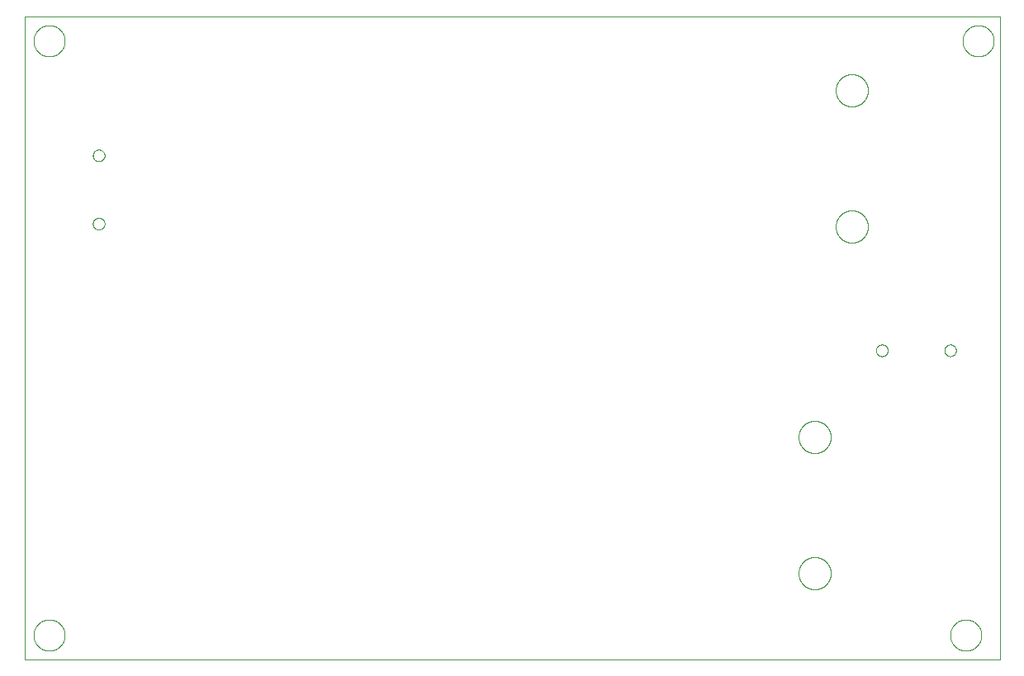
<source format=gko>
G75*
%MOIN*%
%OFA0B0*%
%FSLAX25Y25*%
%IPPOS*%
%LPD*%
%AMOC8*
5,1,8,0,0,1.08239X$1,22.5*
%
%ADD10C,0.00000*%
D10*
X0016800Y0011800D02*
X0016800Y0271761D01*
X0410501Y0271761D01*
X0410501Y0011800D01*
X0016800Y0011800D01*
X0020501Y0021800D02*
X0020503Y0021958D01*
X0020509Y0022116D01*
X0020519Y0022274D01*
X0020533Y0022432D01*
X0020551Y0022589D01*
X0020572Y0022746D01*
X0020598Y0022902D01*
X0020628Y0023058D01*
X0020661Y0023213D01*
X0020699Y0023366D01*
X0020740Y0023519D01*
X0020785Y0023671D01*
X0020834Y0023822D01*
X0020887Y0023971D01*
X0020943Y0024119D01*
X0021003Y0024265D01*
X0021067Y0024410D01*
X0021135Y0024553D01*
X0021206Y0024695D01*
X0021280Y0024835D01*
X0021358Y0024972D01*
X0021440Y0025108D01*
X0021524Y0025242D01*
X0021613Y0025373D01*
X0021704Y0025502D01*
X0021799Y0025629D01*
X0021896Y0025754D01*
X0021997Y0025876D01*
X0022101Y0025995D01*
X0022208Y0026112D01*
X0022318Y0026226D01*
X0022431Y0026337D01*
X0022546Y0026446D01*
X0022664Y0026551D01*
X0022785Y0026653D01*
X0022908Y0026753D01*
X0023034Y0026849D01*
X0023162Y0026942D01*
X0023292Y0027032D01*
X0023425Y0027118D01*
X0023560Y0027202D01*
X0023696Y0027281D01*
X0023835Y0027358D01*
X0023976Y0027430D01*
X0024118Y0027500D01*
X0024262Y0027565D01*
X0024408Y0027627D01*
X0024555Y0027685D01*
X0024704Y0027740D01*
X0024854Y0027791D01*
X0025005Y0027838D01*
X0025157Y0027881D01*
X0025310Y0027920D01*
X0025465Y0027956D01*
X0025620Y0027987D01*
X0025776Y0028015D01*
X0025932Y0028039D01*
X0026089Y0028059D01*
X0026247Y0028075D01*
X0026404Y0028087D01*
X0026563Y0028095D01*
X0026721Y0028099D01*
X0026879Y0028099D01*
X0027037Y0028095D01*
X0027196Y0028087D01*
X0027353Y0028075D01*
X0027511Y0028059D01*
X0027668Y0028039D01*
X0027824Y0028015D01*
X0027980Y0027987D01*
X0028135Y0027956D01*
X0028290Y0027920D01*
X0028443Y0027881D01*
X0028595Y0027838D01*
X0028746Y0027791D01*
X0028896Y0027740D01*
X0029045Y0027685D01*
X0029192Y0027627D01*
X0029338Y0027565D01*
X0029482Y0027500D01*
X0029624Y0027430D01*
X0029765Y0027358D01*
X0029904Y0027281D01*
X0030040Y0027202D01*
X0030175Y0027118D01*
X0030308Y0027032D01*
X0030438Y0026942D01*
X0030566Y0026849D01*
X0030692Y0026753D01*
X0030815Y0026653D01*
X0030936Y0026551D01*
X0031054Y0026446D01*
X0031169Y0026337D01*
X0031282Y0026226D01*
X0031392Y0026112D01*
X0031499Y0025995D01*
X0031603Y0025876D01*
X0031704Y0025754D01*
X0031801Y0025629D01*
X0031896Y0025502D01*
X0031987Y0025373D01*
X0032076Y0025242D01*
X0032160Y0025108D01*
X0032242Y0024972D01*
X0032320Y0024835D01*
X0032394Y0024695D01*
X0032465Y0024553D01*
X0032533Y0024410D01*
X0032597Y0024265D01*
X0032657Y0024119D01*
X0032713Y0023971D01*
X0032766Y0023822D01*
X0032815Y0023671D01*
X0032860Y0023519D01*
X0032901Y0023366D01*
X0032939Y0023213D01*
X0032972Y0023058D01*
X0033002Y0022902D01*
X0033028Y0022746D01*
X0033049Y0022589D01*
X0033067Y0022432D01*
X0033081Y0022274D01*
X0033091Y0022116D01*
X0033097Y0021958D01*
X0033099Y0021800D01*
X0033097Y0021642D01*
X0033091Y0021484D01*
X0033081Y0021326D01*
X0033067Y0021168D01*
X0033049Y0021011D01*
X0033028Y0020854D01*
X0033002Y0020698D01*
X0032972Y0020542D01*
X0032939Y0020387D01*
X0032901Y0020234D01*
X0032860Y0020081D01*
X0032815Y0019929D01*
X0032766Y0019778D01*
X0032713Y0019629D01*
X0032657Y0019481D01*
X0032597Y0019335D01*
X0032533Y0019190D01*
X0032465Y0019047D01*
X0032394Y0018905D01*
X0032320Y0018765D01*
X0032242Y0018628D01*
X0032160Y0018492D01*
X0032076Y0018358D01*
X0031987Y0018227D01*
X0031896Y0018098D01*
X0031801Y0017971D01*
X0031704Y0017846D01*
X0031603Y0017724D01*
X0031499Y0017605D01*
X0031392Y0017488D01*
X0031282Y0017374D01*
X0031169Y0017263D01*
X0031054Y0017154D01*
X0030936Y0017049D01*
X0030815Y0016947D01*
X0030692Y0016847D01*
X0030566Y0016751D01*
X0030438Y0016658D01*
X0030308Y0016568D01*
X0030175Y0016482D01*
X0030040Y0016398D01*
X0029904Y0016319D01*
X0029765Y0016242D01*
X0029624Y0016170D01*
X0029482Y0016100D01*
X0029338Y0016035D01*
X0029192Y0015973D01*
X0029045Y0015915D01*
X0028896Y0015860D01*
X0028746Y0015809D01*
X0028595Y0015762D01*
X0028443Y0015719D01*
X0028290Y0015680D01*
X0028135Y0015644D01*
X0027980Y0015613D01*
X0027824Y0015585D01*
X0027668Y0015561D01*
X0027511Y0015541D01*
X0027353Y0015525D01*
X0027196Y0015513D01*
X0027037Y0015505D01*
X0026879Y0015501D01*
X0026721Y0015501D01*
X0026563Y0015505D01*
X0026404Y0015513D01*
X0026247Y0015525D01*
X0026089Y0015541D01*
X0025932Y0015561D01*
X0025776Y0015585D01*
X0025620Y0015613D01*
X0025465Y0015644D01*
X0025310Y0015680D01*
X0025157Y0015719D01*
X0025005Y0015762D01*
X0024854Y0015809D01*
X0024704Y0015860D01*
X0024555Y0015915D01*
X0024408Y0015973D01*
X0024262Y0016035D01*
X0024118Y0016100D01*
X0023976Y0016170D01*
X0023835Y0016242D01*
X0023696Y0016319D01*
X0023560Y0016398D01*
X0023425Y0016482D01*
X0023292Y0016568D01*
X0023162Y0016658D01*
X0023034Y0016751D01*
X0022908Y0016847D01*
X0022785Y0016947D01*
X0022664Y0017049D01*
X0022546Y0017154D01*
X0022431Y0017263D01*
X0022318Y0017374D01*
X0022208Y0017488D01*
X0022101Y0017605D01*
X0021997Y0017724D01*
X0021896Y0017846D01*
X0021799Y0017971D01*
X0021704Y0018098D01*
X0021613Y0018227D01*
X0021524Y0018358D01*
X0021440Y0018492D01*
X0021358Y0018628D01*
X0021280Y0018765D01*
X0021206Y0018905D01*
X0021135Y0019047D01*
X0021067Y0019190D01*
X0021003Y0019335D01*
X0020943Y0019481D01*
X0020887Y0019629D01*
X0020834Y0019778D01*
X0020785Y0019929D01*
X0020740Y0020081D01*
X0020699Y0020234D01*
X0020661Y0020387D01*
X0020628Y0020542D01*
X0020598Y0020698D01*
X0020572Y0020854D01*
X0020551Y0021011D01*
X0020533Y0021168D01*
X0020519Y0021326D01*
X0020509Y0021484D01*
X0020503Y0021642D01*
X0020501Y0021800D01*
X0044438Y0187942D02*
X0044440Y0188039D01*
X0044446Y0188136D01*
X0044456Y0188232D01*
X0044470Y0188328D01*
X0044488Y0188424D01*
X0044509Y0188518D01*
X0044535Y0188612D01*
X0044564Y0188704D01*
X0044598Y0188795D01*
X0044634Y0188885D01*
X0044675Y0188973D01*
X0044719Y0189059D01*
X0044767Y0189144D01*
X0044818Y0189226D01*
X0044872Y0189307D01*
X0044930Y0189385D01*
X0044991Y0189460D01*
X0045054Y0189533D01*
X0045121Y0189604D01*
X0045191Y0189671D01*
X0045263Y0189736D01*
X0045338Y0189797D01*
X0045416Y0189856D01*
X0045495Y0189911D01*
X0045577Y0189963D01*
X0045661Y0190011D01*
X0045747Y0190056D01*
X0045835Y0190098D01*
X0045924Y0190136D01*
X0046015Y0190170D01*
X0046107Y0190200D01*
X0046200Y0190227D01*
X0046295Y0190249D01*
X0046390Y0190268D01*
X0046486Y0190283D01*
X0046582Y0190294D01*
X0046679Y0190301D01*
X0046776Y0190304D01*
X0046873Y0190303D01*
X0046970Y0190298D01*
X0047066Y0190289D01*
X0047162Y0190276D01*
X0047258Y0190259D01*
X0047353Y0190238D01*
X0047446Y0190214D01*
X0047539Y0190185D01*
X0047631Y0190153D01*
X0047721Y0190117D01*
X0047809Y0190078D01*
X0047896Y0190034D01*
X0047981Y0189988D01*
X0048064Y0189937D01*
X0048145Y0189884D01*
X0048223Y0189827D01*
X0048300Y0189767D01*
X0048373Y0189704D01*
X0048444Y0189638D01*
X0048512Y0189569D01*
X0048578Y0189497D01*
X0048640Y0189423D01*
X0048699Y0189346D01*
X0048755Y0189267D01*
X0048808Y0189185D01*
X0048858Y0189102D01*
X0048903Y0189016D01*
X0048946Y0188929D01*
X0048985Y0188840D01*
X0049020Y0188750D01*
X0049051Y0188658D01*
X0049078Y0188565D01*
X0049102Y0188471D01*
X0049122Y0188376D01*
X0049138Y0188280D01*
X0049150Y0188184D01*
X0049158Y0188087D01*
X0049162Y0187990D01*
X0049162Y0187894D01*
X0049158Y0187797D01*
X0049150Y0187700D01*
X0049138Y0187604D01*
X0049122Y0187508D01*
X0049102Y0187413D01*
X0049078Y0187319D01*
X0049051Y0187226D01*
X0049020Y0187134D01*
X0048985Y0187044D01*
X0048946Y0186955D01*
X0048903Y0186868D01*
X0048858Y0186782D01*
X0048808Y0186699D01*
X0048755Y0186617D01*
X0048699Y0186538D01*
X0048640Y0186461D01*
X0048578Y0186387D01*
X0048512Y0186315D01*
X0048444Y0186246D01*
X0048373Y0186180D01*
X0048300Y0186117D01*
X0048223Y0186057D01*
X0048145Y0186000D01*
X0048064Y0185947D01*
X0047981Y0185896D01*
X0047896Y0185850D01*
X0047809Y0185806D01*
X0047721Y0185767D01*
X0047631Y0185731D01*
X0047539Y0185699D01*
X0047446Y0185670D01*
X0047353Y0185646D01*
X0047258Y0185625D01*
X0047162Y0185608D01*
X0047066Y0185595D01*
X0046970Y0185586D01*
X0046873Y0185581D01*
X0046776Y0185580D01*
X0046679Y0185583D01*
X0046582Y0185590D01*
X0046486Y0185601D01*
X0046390Y0185616D01*
X0046295Y0185635D01*
X0046200Y0185657D01*
X0046107Y0185684D01*
X0046015Y0185714D01*
X0045924Y0185748D01*
X0045835Y0185786D01*
X0045747Y0185828D01*
X0045661Y0185873D01*
X0045577Y0185921D01*
X0045495Y0185973D01*
X0045416Y0186028D01*
X0045338Y0186087D01*
X0045263Y0186148D01*
X0045191Y0186213D01*
X0045121Y0186280D01*
X0045054Y0186351D01*
X0044991Y0186424D01*
X0044930Y0186499D01*
X0044872Y0186577D01*
X0044818Y0186658D01*
X0044767Y0186740D01*
X0044719Y0186825D01*
X0044675Y0186911D01*
X0044634Y0186999D01*
X0044598Y0187089D01*
X0044564Y0187180D01*
X0044535Y0187272D01*
X0044509Y0187366D01*
X0044488Y0187460D01*
X0044470Y0187556D01*
X0044456Y0187652D01*
X0044446Y0187748D01*
X0044440Y0187845D01*
X0044438Y0187942D01*
X0044438Y0215501D02*
X0044440Y0215598D01*
X0044446Y0215695D01*
X0044456Y0215791D01*
X0044470Y0215887D01*
X0044488Y0215983D01*
X0044509Y0216077D01*
X0044535Y0216171D01*
X0044564Y0216263D01*
X0044598Y0216354D01*
X0044634Y0216444D01*
X0044675Y0216532D01*
X0044719Y0216618D01*
X0044767Y0216703D01*
X0044818Y0216785D01*
X0044872Y0216866D01*
X0044930Y0216944D01*
X0044991Y0217019D01*
X0045054Y0217092D01*
X0045121Y0217163D01*
X0045191Y0217230D01*
X0045263Y0217295D01*
X0045338Y0217356D01*
X0045416Y0217415D01*
X0045495Y0217470D01*
X0045577Y0217522D01*
X0045661Y0217570D01*
X0045747Y0217615D01*
X0045835Y0217657D01*
X0045924Y0217695D01*
X0046015Y0217729D01*
X0046107Y0217759D01*
X0046200Y0217786D01*
X0046295Y0217808D01*
X0046390Y0217827D01*
X0046486Y0217842D01*
X0046582Y0217853D01*
X0046679Y0217860D01*
X0046776Y0217863D01*
X0046873Y0217862D01*
X0046970Y0217857D01*
X0047066Y0217848D01*
X0047162Y0217835D01*
X0047258Y0217818D01*
X0047353Y0217797D01*
X0047446Y0217773D01*
X0047539Y0217744D01*
X0047631Y0217712D01*
X0047721Y0217676D01*
X0047809Y0217637D01*
X0047896Y0217593D01*
X0047981Y0217547D01*
X0048064Y0217496D01*
X0048145Y0217443D01*
X0048223Y0217386D01*
X0048300Y0217326D01*
X0048373Y0217263D01*
X0048444Y0217197D01*
X0048512Y0217128D01*
X0048578Y0217056D01*
X0048640Y0216982D01*
X0048699Y0216905D01*
X0048755Y0216826D01*
X0048808Y0216744D01*
X0048858Y0216661D01*
X0048903Y0216575D01*
X0048946Y0216488D01*
X0048985Y0216399D01*
X0049020Y0216309D01*
X0049051Y0216217D01*
X0049078Y0216124D01*
X0049102Y0216030D01*
X0049122Y0215935D01*
X0049138Y0215839D01*
X0049150Y0215743D01*
X0049158Y0215646D01*
X0049162Y0215549D01*
X0049162Y0215453D01*
X0049158Y0215356D01*
X0049150Y0215259D01*
X0049138Y0215163D01*
X0049122Y0215067D01*
X0049102Y0214972D01*
X0049078Y0214878D01*
X0049051Y0214785D01*
X0049020Y0214693D01*
X0048985Y0214603D01*
X0048946Y0214514D01*
X0048903Y0214427D01*
X0048858Y0214341D01*
X0048808Y0214258D01*
X0048755Y0214176D01*
X0048699Y0214097D01*
X0048640Y0214020D01*
X0048578Y0213946D01*
X0048512Y0213874D01*
X0048444Y0213805D01*
X0048373Y0213739D01*
X0048300Y0213676D01*
X0048223Y0213616D01*
X0048145Y0213559D01*
X0048064Y0213506D01*
X0047981Y0213455D01*
X0047896Y0213409D01*
X0047809Y0213365D01*
X0047721Y0213326D01*
X0047631Y0213290D01*
X0047539Y0213258D01*
X0047446Y0213229D01*
X0047353Y0213205D01*
X0047258Y0213184D01*
X0047162Y0213167D01*
X0047066Y0213154D01*
X0046970Y0213145D01*
X0046873Y0213140D01*
X0046776Y0213139D01*
X0046679Y0213142D01*
X0046582Y0213149D01*
X0046486Y0213160D01*
X0046390Y0213175D01*
X0046295Y0213194D01*
X0046200Y0213216D01*
X0046107Y0213243D01*
X0046015Y0213273D01*
X0045924Y0213307D01*
X0045835Y0213345D01*
X0045747Y0213387D01*
X0045661Y0213432D01*
X0045577Y0213480D01*
X0045495Y0213532D01*
X0045416Y0213587D01*
X0045338Y0213646D01*
X0045263Y0213707D01*
X0045191Y0213772D01*
X0045121Y0213839D01*
X0045054Y0213910D01*
X0044991Y0213983D01*
X0044930Y0214058D01*
X0044872Y0214136D01*
X0044818Y0214217D01*
X0044767Y0214299D01*
X0044719Y0214384D01*
X0044675Y0214470D01*
X0044634Y0214558D01*
X0044598Y0214648D01*
X0044564Y0214739D01*
X0044535Y0214831D01*
X0044509Y0214925D01*
X0044488Y0215019D01*
X0044470Y0215115D01*
X0044456Y0215211D01*
X0044446Y0215307D01*
X0044440Y0215404D01*
X0044438Y0215501D01*
X0020501Y0261800D02*
X0020503Y0261958D01*
X0020509Y0262116D01*
X0020519Y0262274D01*
X0020533Y0262432D01*
X0020551Y0262589D01*
X0020572Y0262746D01*
X0020598Y0262902D01*
X0020628Y0263058D01*
X0020661Y0263213D01*
X0020699Y0263366D01*
X0020740Y0263519D01*
X0020785Y0263671D01*
X0020834Y0263822D01*
X0020887Y0263971D01*
X0020943Y0264119D01*
X0021003Y0264265D01*
X0021067Y0264410D01*
X0021135Y0264553D01*
X0021206Y0264695D01*
X0021280Y0264835D01*
X0021358Y0264972D01*
X0021440Y0265108D01*
X0021524Y0265242D01*
X0021613Y0265373D01*
X0021704Y0265502D01*
X0021799Y0265629D01*
X0021896Y0265754D01*
X0021997Y0265876D01*
X0022101Y0265995D01*
X0022208Y0266112D01*
X0022318Y0266226D01*
X0022431Y0266337D01*
X0022546Y0266446D01*
X0022664Y0266551D01*
X0022785Y0266653D01*
X0022908Y0266753D01*
X0023034Y0266849D01*
X0023162Y0266942D01*
X0023292Y0267032D01*
X0023425Y0267118D01*
X0023560Y0267202D01*
X0023696Y0267281D01*
X0023835Y0267358D01*
X0023976Y0267430D01*
X0024118Y0267500D01*
X0024262Y0267565D01*
X0024408Y0267627D01*
X0024555Y0267685D01*
X0024704Y0267740D01*
X0024854Y0267791D01*
X0025005Y0267838D01*
X0025157Y0267881D01*
X0025310Y0267920D01*
X0025465Y0267956D01*
X0025620Y0267987D01*
X0025776Y0268015D01*
X0025932Y0268039D01*
X0026089Y0268059D01*
X0026247Y0268075D01*
X0026404Y0268087D01*
X0026563Y0268095D01*
X0026721Y0268099D01*
X0026879Y0268099D01*
X0027037Y0268095D01*
X0027196Y0268087D01*
X0027353Y0268075D01*
X0027511Y0268059D01*
X0027668Y0268039D01*
X0027824Y0268015D01*
X0027980Y0267987D01*
X0028135Y0267956D01*
X0028290Y0267920D01*
X0028443Y0267881D01*
X0028595Y0267838D01*
X0028746Y0267791D01*
X0028896Y0267740D01*
X0029045Y0267685D01*
X0029192Y0267627D01*
X0029338Y0267565D01*
X0029482Y0267500D01*
X0029624Y0267430D01*
X0029765Y0267358D01*
X0029904Y0267281D01*
X0030040Y0267202D01*
X0030175Y0267118D01*
X0030308Y0267032D01*
X0030438Y0266942D01*
X0030566Y0266849D01*
X0030692Y0266753D01*
X0030815Y0266653D01*
X0030936Y0266551D01*
X0031054Y0266446D01*
X0031169Y0266337D01*
X0031282Y0266226D01*
X0031392Y0266112D01*
X0031499Y0265995D01*
X0031603Y0265876D01*
X0031704Y0265754D01*
X0031801Y0265629D01*
X0031896Y0265502D01*
X0031987Y0265373D01*
X0032076Y0265242D01*
X0032160Y0265108D01*
X0032242Y0264972D01*
X0032320Y0264835D01*
X0032394Y0264695D01*
X0032465Y0264553D01*
X0032533Y0264410D01*
X0032597Y0264265D01*
X0032657Y0264119D01*
X0032713Y0263971D01*
X0032766Y0263822D01*
X0032815Y0263671D01*
X0032860Y0263519D01*
X0032901Y0263366D01*
X0032939Y0263213D01*
X0032972Y0263058D01*
X0033002Y0262902D01*
X0033028Y0262746D01*
X0033049Y0262589D01*
X0033067Y0262432D01*
X0033081Y0262274D01*
X0033091Y0262116D01*
X0033097Y0261958D01*
X0033099Y0261800D01*
X0033097Y0261642D01*
X0033091Y0261484D01*
X0033081Y0261326D01*
X0033067Y0261168D01*
X0033049Y0261011D01*
X0033028Y0260854D01*
X0033002Y0260698D01*
X0032972Y0260542D01*
X0032939Y0260387D01*
X0032901Y0260234D01*
X0032860Y0260081D01*
X0032815Y0259929D01*
X0032766Y0259778D01*
X0032713Y0259629D01*
X0032657Y0259481D01*
X0032597Y0259335D01*
X0032533Y0259190D01*
X0032465Y0259047D01*
X0032394Y0258905D01*
X0032320Y0258765D01*
X0032242Y0258628D01*
X0032160Y0258492D01*
X0032076Y0258358D01*
X0031987Y0258227D01*
X0031896Y0258098D01*
X0031801Y0257971D01*
X0031704Y0257846D01*
X0031603Y0257724D01*
X0031499Y0257605D01*
X0031392Y0257488D01*
X0031282Y0257374D01*
X0031169Y0257263D01*
X0031054Y0257154D01*
X0030936Y0257049D01*
X0030815Y0256947D01*
X0030692Y0256847D01*
X0030566Y0256751D01*
X0030438Y0256658D01*
X0030308Y0256568D01*
X0030175Y0256482D01*
X0030040Y0256398D01*
X0029904Y0256319D01*
X0029765Y0256242D01*
X0029624Y0256170D01*
X0029482Y0256100D01*
X0029338Y0256035D01*
X0029192Y0255973D01*
X0029045Y0255915D01*
X0028896Y0255860D01*
X0028746Y0255809D01*
X0028595Y0255762D01*
X0028443Y0255719D01*
X0028290Y0255680D01*
X0028135Y0255644D01*
X0027980Y0255613D01*
X0027824Y0255585D01*
X0027668Y0255561D01*
X0027511Y0255541D01*
X0027353Y0255525D01*
X0027196Y0255513D01*
X0027037Y0255505D01*
X0026879Y0255501D01*
X0026721Y0255501D01*
X0026563Y0255505D01*
X0026404Y0255513D01*
X0026247Y0255525D01*
X0026089Y0255541D01*
X0025932Y0255561D01*
X0025776Y0255585D01*
X0025620Y0255613D01*
X0025465Y0255644D01*
X0025310Y0255680D01*
X0025157Y0255719D01*
X0025005Y0255762D01*
X0024854Y0255809D01*
X0024704Y0255860D01*
X0024555Y0255915D01*
X0024408Y0255973D01*
X0024262Y0256035D01*
X0024118Y0256100D01*
X0023976Y0256170D01*
X0023835Y0256242D01*
X0023696Y0256319D01*
X0023560Y0256398D01*
X0023425Y0256482D01*
X0023292Y0256568D01*
X0023162Y0256658D01*
X0023034Y0256751D01*
X0022908Y0256847D01*
X0022785Y0256947D01*
X0022664Y0257049D01*
X0022546Y0257154D01*
X0022431Y0257263D01*
X0022318Y0257374D01*
X0022208Y0257488D01*
X0022101Y0257605D01*
X0021997Y0257724D01*
X0021896Y0257846D01*
X0021799Y0257971D01*
X0021704Y0258098D01*
X0021613Y0258227D01*
X0021524Y0258358D01*
X0021440Y0258492D01*
X0021358Y0258628D01*
X0021280Y0258765D01*
X0021206Y0258905D01*
X0021135Y0259047D01*
X0021067Y0259190D01*
X0021003Y0259335D01*
X0020943Y0259481D01*
X0020887Y0259629D01*
X0020834Y0259778D01*
X0020785Y0259929D01*
X0020740Y0260081D01*
X0020699Y0260234D01*
X0020661Y0260387D01*
X0020628Y0260542D01*
X0020598Y0260698D01*
X0020572Y0260854D01*
X0020551Y0261011D01*
X0020533Y0261168D01*
X0020519Y0261326D01*
X0020509Y0261484D01*
X0020503Y0261642D01*
X0020501Y0261800D01*
X0329300Y0101800D02*
X0329302Y0101961D01*
X0329308Y0102121D01*
X0329318Y0102282D01*
X0329332Y0102442D01*
X0329350Y0102602D01*
X0329371Y0102761D01*
X0329397Y0102920D01*
X0329427Y0103078D01*
X0329460Y0103235D01*
X0329498Y0103392D01*
X0329539Y0103547D01*
X0329584Y0103701D01*
X0329633Y0103854D01*
X0329686Y0104006D01*
X0329742Y0104157D01*
X0329803Y0104306D01*
X0329866Y0104454D01*
X0329934Y0104600D01*
X0330005Y0104744D01*
X0330079Y0104886D01*
X0330157Y0105027D01*
X0330239Y0105165D01*
X0330324Y0105302D01*
X0330412Y0105436D01*
X0330504Y0105568D01*
X0330599Y0105698D01*
X0330697Y0105826D01*
X0330798Y0105951D01*
X0330902Y0106073D01*
X0331009Y0106193D01*
X0331119Y0106310D01*
X0331232Y0106425D01*
X0331348Y0106536D01*
X0331467Y0106645D01*
X0331588Y0106750D01*
X0331712Y0106853D01*
X0331838Y0106953D01*
X0331966Y0107049D01*
X0332097Y0107142D01*
X0332231Y0107232D01*
X0332366Y0107319D01*
X0332504Y0107402D01*
X0332643Y0107482D01*
X0332785Y0107558D01*
X0332928Y0107631D01*
X0333073Y0107700D01*
X0333220Y0107766D01*
X0333368Y0107828D01*
X0333518Y0107886D01*
X0333669Y0107941D01*
X0333822Y0107992D01*
X0333976Y0108039D01*
X0334131Y0108082D01*
X0334287Y0108121D01*
X0334443Y0108157D01*
X0334601Y0108188D01*
X0334759Y0108216D01*
X0334918Y0108240D01*
X0335078Y0108260D01*
X0335238Y0108276D01*
X0335398Y0108288D01*
X0335559Y0108296D01*
X0335720Y0108300D01*
X0335880Y0108300D01*
X0336041Y0108296D01*
X0336202Y0108288D01*
X0336362Y0108276D01*
X0336522Y0108260D01*
X0336682Y0108240D01*
X0336841Y0108216D01*
X0336999Y0108188D01*
X0337157Y0108157D01*
X0337313Y0108121D01*
X0337469Y0108082D01*
X0337624Y0108039D01*
X0337778Y0107992D01*
X0337931Y0107941D01*
X0338082Y0107886D01*
X0338232Y0107828D01*
X0338380Y0107766D01*
X0338527Y0107700D01*
X0338672Y0107631D01*
X0338815Y0107558D01*
X0338957Y0107482D01*
X0339096Y0107402D01*
X0339234Y0107319D01*
X0339369Y0107232D01*
X0339503Y0107142D01*
X0339634Y0107049D01*
X0339762Y0106953D01*
X0339888Y0106853D01*
X0340012Y0106750D01*
X0340133Y0106645D01*
X0340252Y0106536D01*
X0340368Y0106425D01*
X0340481Y0106310D01*
X0340591Y0106193D01*
X0340698Y0106073D01*
X0340802Y0105951D01*
X0340903Y0105826D01*
X0341001Y0105698D01*
X0341096Y0105568D01*
X0341188Y0105436D01*
X0341276Y0105302D01*
X0341361Y0105165D01*
X0341443Y0105027D01*
X0341521Y0104886D01*
X0341595Y0104744D01*
X0341666Y0104600D01*
X0341734Y0104454D01*
X0341797Y0104306D01*
X0341858Y0104157D01*
X0341914Y0104006D01*
X0341967Y0103854D01*
X0342016Y0103701D01*
X0342061Y0103547D01*
X0342102Y0103392D01*
X0342140Y0103235D01*
X0342173Y0103078D01*
X0342203Y0102920D01*
X0342229Y0102761D01*
X0342250Y0102602D01*
X0342268Y0102442D01*
X0342282Y0102282D01*
X0342292Y0102121D01*
X0342298Y0101961D01*
X0342300Y0101800D01*
X0342298Y0101639D01*
X0342292Y0101479D01*
X0342282Y0101318D01*
X0342268Y0101158D01*
X0342250Y0100998D01*
X0342229Y0100839D01*
X0342203Y0100680D01*
X0342173Y0100522D01*
X0342140Y0100365D01*
X0342102Y0100208D01*
X0342061Y0100053D01*
X0342016Y0099899D01*
X0341967Y0099746D01*
X0341914Y0099594D01*
X0341858Y0099443D01*
X0341797Y0099294D01*
X0341734Y0099146D01*
X0341666Y0099000D01*
X0341595Y0098856D01*
X0341521Y0098714D01*
X0341443Y0098573D01*
X0341361Y0098435D01*
X0341276Y0098298D01*
X0341188Y0098164D01*
X0341096Y0098032D01*
X0341001Y0097902D01*
X0340903Y0097774D01*
X0340802Y0097649D01*
X0340698Y0097527D01*
X0340591Y0097407D01*
X0340481Y0097290D01*
X0340368Y0097175D01*
X0340252Y0097064D01*
X0340133Y0096955D01*
X0340012Y0096850D01*
X0339888Y0096747D01*
X0339762Y0096647D01*
X0339634Y0096551D01*
X0339503Y0096458D01*
X0339369Y0096368D01*
X0339234Y0096281D01*
X0339096Y0096198D01*
X0338957Y0096118D01*
X0338815Y0096042D01*
X0338672Y0095969D01*
X0338527Y0095900D01*
X0338380Y0095834D01*
X0338232Y0095772D01*
X0338082Y0095714D01*
X0337931Y0095659D01*
X0337778Y0095608D01*
X0337624Y0095561D01*
X0337469Y0095518D01*
X0337313Y0095479D01*
X0337157Y0095443D01*
X0336999Y0095412D01*
X0336841Y0095384D01*
X0336682Y0095360D01*
X0336522Y0095340D01*
X0336362Y0095324D01*
X0336202Y0095312D01*
X0336041Y0095304D01*
X0335880Y0095300D01*
X0335720Y0095300D01*
X0335559Y0095304D01*
X0335398Y0095312D01*
X0335238Y0095324D01*
X0335078Y0095340D01*
X0334918Y0095360D01*
X0334759Y0095384D01*
X0334601Y0095412D01*
X0334443Y0095443D01*
X0334287Y0095479D01*
X0334131Y0095518D01*
X0333976Y0095561D01*
X0333822Y0095608D01*
X0333669Y0095659D01*
X0333518Y0095714D01*
X0333368Y0095772D01*
X0333220Y0095834D01*
X0333073Y0095900D01*
X0332928Y0095969D01*
X0332785Y0096042D01*
X0332643Y0096118D01*
X0332504Y0096198D01*
X0332366Y0096281D01*
X0332231Y0096368D01*
X0332097Y0096458D01*
X0331966Y0096551D01*
X0331838Y0096647D01*
X0331712Y0096747D01*
X0331588Y0096850D01*
X0331467Y0096955D01*
X0331348Y0097064D01*
X0331232Y0097175D01*
X0331119Y0097290D01*
X0331009Y0097407D01*
X0330902Y0097527D01*
X0330798Y0097649D01*
X0330697Y0097774D01*
X0330599Y0097902D01*
X0330504Y0098032D01*
X0330412Y0098164D01*
X0330324Y0098298D01*
X0330239Y0098435D01*
X0330157Y0098573D01*
X0330079Y0098714D01*
X0330005Y0098856D01*
X0329934Y0099000D01*
X0329866Y0099146D01*
X0329803Y0099294D01*
X0329742Y0099443D01*
X0329686Y0099594D01*
X0329633Y0099746D01*
X0329584Y0099899D01*
X0329539Y0100053D01*
X0329498Y0100208D01*
X0329460Y0100365D01*
X0329427Y0100522D01*
X0329397Y0100680D01*
X0329371Y0100839D01*
X0329350Y0100998D01*
X0329332Y0101158D01*
X0329318Y0101318D01*
X0329308Y0101479D01*
X0329302Y0101639D01*
X0329300Y0101800D01*
X0360580Y0136800D02*
X0360582Y0136897D01*
X0360588Y0136994D01*
X0360598Y0137090D01*
X0360612Y0137186D01*
X0360630Y0137282D01*
X0360651Y0137376D01*
X0360677Y0137470D01*
X0360706Y0137562D01*
X0360740Y0137653D01*
X0360776Y0137743D01*
X0360817Y0137831D01*
X0360861Y0137917D01*
X0360909Y0138002D01*
X0360960Y0138084D01*
X0361014Y0138165D01*
X0361072Y0138243D01*
X0361133Y0138318D01*
X0361196Y0138391D01*
X0361263Y0138462D01*
X0361333Y0138529D01*
X0361405Y0138594D01*
X0361480Y0138655D01*
X0361558Y0138714D01*
X0361637Y0138769D01*
X0361719Y0138821D01*
X0361803Y0138869D01*
X0361889Y0138914D01*
X0361977Y0138956D01*
X0362066Y0138994D01*
X0362157Y0139028D01*
X0362249Y0139058D01*
X0362342Y0139085D01*
X0362437Y0139107D01*
X0362532Y0139126D01*
X0362628Y0139141D01*
X0362724Y0139152D01*
X0362821Y0139159D01*
X0362918Y0139162D01*
X0363015Y0139161D01*
X0363112Y0139156D01*
X0363208Y0139147D01*
X0363304Y0139134D01*
X0363400Y0139117D01*
X0363495Y0139096D01*
X0363588Y0139072D01*
X0363681Y0139043D01*
X0363773Y0139011D01*
X0363863Y0138975D01*
X0363951Y0138936D01*
X0364038Y0138892D01*
X0364123Y0138846D01*
X0364206Y0138795D01*
X0364287Y0138742D01*
X0364365Y0138685D01*
X0364442Y0138625D01*
X0364515Y0138562D01*
X0364586Y0138496D01*
X0364654Y0138427D01*
X0364720Y0138355D01*
X0364782Y0138281D01*
X0364841Y0138204D01*
X0364897Y0138125D01*
X0364950Y0138043D01*
X0365000Y0137960D01*
X0365045Y0137874D01*
X0365088Y0137787D01*
X0365127Y0137698D01*
X0365162Y0137608D01*
X0365193Y0137516D01*
X0365220Y0137423D01*
X0365244Y0137329D01*
X0365264Y0137234D01*
X0365280Y0137138D01*
X0365292Y0137042D01*
X0365300Y0136945D01*
X0365304Y0136848D01*
X0365304Y0136752D01*
X0365300Y0136655D01*
X0365292Y0136558D01*
X0365280Y0136462D01*
X0365264Y0136366D01*
X0365244Y0136271D01*
X0365220Y0136177D01*
X0365193Y0136084D01*
X0365162Y0135992D01*
X0365127Y0135902D01*
X0365088Y0135813D01*
X0365045Y0135726D01*
X0365000Y0135640D01*
X0364950Y0135557D01*
X0364897Y0135475D01*
X0364841Y0135396D01*
X0364782Y0135319D01*
X0364720Y0135245D01*
X0364654Y0135173D01*
X0364586Y0135104D01*
X0364515Y0135038D01*
X0364442Y0134975D01*
X0364365Y0134915D01*
X0364287Y0134858D01*
X0364206Y0134805D01*
X0364123Y0134754D01*
X0364038Y0134708D01*
X0363951Y0134664D01*
X0363863Y0134625D01*
X0363773Y0134589D01*
X0363681Y0134557D01*
X0363588Y0134528D01*
X0363495Y0134504D01*
X0363400Y0134483D01*
X0363304Y0134466D01*
X0363208Y0134453D01*
X0363112Y0134444D01*
X0363015Y0134439D01*
X0362918Y0134438D01*
X0362821Y0134441D01*
X0362724Y0134448D01*
X0362628Y0134459D01*
X0362532Y0134474D01*
X0362437Y0134493D01*
X0362342Y0134515D01*
X0362249Y0134542D01*
X0362157Y0134572D01*
X0362066Y0134606D01*
X0361977Y0134644D01*
X0361889Y0134686D01*
X0361803Y0134731D01*
X0361719Y0134779D01*
X0361637Y0134831D01*
X0361558Y0134886D01*
X0361480Y0134945D01*
X0361405Y0135006D01*
X0361333Y0135071D01*
X0361263Y0135138D01*
X0361196Y0135209D01*
X0361133Y0135282D01*
X0361072Y0135357D01*
X0361014Y0135435D01*
X0360960Y0135516D01*
X0360909Y0135598D01*
X0360861Y0135683D01*
X0360817Y0135769D01*
X0360776Y0135857D01*
X0360740Y0135947D01*
X0360706Y0136038D01*
X0360677Y0136130D01*
X0360651Y0136224D01*
X0360630Y0136318D01*
X0360612Y0136414D01*
X0360598Y0136510D01*
X0360588Y0136606D01*
X0360582Y0136703D01*
X0360580Y0136800D01*
X0388139Y0136800D02*
X0388141Y0136897D01*
X0388147Y0136994D01*
X0388157Y0137090D01*
X0388171Y0137186D01*
X0388189Y0137282D01*
X0388210Y0137376D01*
X0388236Y0137470D01*
X0388265Y0137562D01*
X0388299Y0137653D01*
X0388335Y0137743D01*
X0388376Y0137831D01*
X0388420Y0137917D01*
X0388468Y0138002D01*
X0388519Y0138084D01*
X0388573Y0138165D01*
X0388631Y0138243D01*
X0388692Y0138318D01*
X0388755Y0138391D01*
X0388822Y0138462D01*
X0388892Y0138529D01*
X0388964Y0138594D01*
X0389039Y0138655D01*
X0389117Y0138714D01*
X0389196Y0138769D01*
X0389278Y0138821D01*
X0389362Y0138869D01*
X0389448Y0138914D01*
X0389536Y0138956D01*
X0389625Y0138994D01*
X0389716Y0139028D01*
X0389808Y0139058D01*
X0389901Y0139085D01*
X0389996Y0139107D01*
X0390091Y0139126D01*
X0390187Y0139141D01*
X0390283Y0139152D01*
X0390380Y0139159D01*
X0390477Y0139162D01*
X0390574Y0139161D01*
X0390671Y0139156D01*
X0390767Y0139147D01*
X0390863Y0139134D01*
X0390959Y0139117D01*
X0391054Y0139096D01*
X0391147Y0139072D01*
X0391240Y0139043D01*
X0391332Y0139011D01*
X0391422Y0138975D01*
X0391510Y0138936D01*
X0391597Y0138892D01*
X0391682Y0138846D01*
X0391765Y0138795D01*
X0391846Y0138742D01*
X0391924Y0138685D01*
X0392001Y0138625D01*
X0392074Y0138562D01*
X0392145Y0138496D01*
X0392213Y0138427D01*
X0392279Y0138355D01*
X0392341Y0138281D01*
X0392400Y0138204D01*
X0392456Y0138125D01*
X0392509Y0138043D01*
X0392559Y0137960D01*
X0392604Y0137874D01*
X0392647Y0137787D01*
X0392686Y0137698D01*
X0392721Y0137608D01*
X0392752Y0137516D01*
X0392779Y0137423D01*
X0392803Y0137329D01*
X0392823Y0137234D01*
X0392839Y0137138D01*
X0392851Y0137042D01*
X0392859Y0136945D01*
X0392863Y0136848D01*
X0392863Y0136752D01*
X0392859Y0136655D01*
X0392851Y0136558D01*
X0392839Y0136462D01*
X0392823Y0136366D01*
X0392803Y0136271D01*
X0392779Y0136177D01*
X0392752Y0136084D01*
X0392721Y0135992D01*
X0392686Y0135902D01*
X0392647Y0135813D01*
X0392604Y0135726D01*
X0392559Y0135640D01*
X0392509Y0135557D01*
X0392456Y0135475D01*
X0392400Y0135396D01*
X0392341Y0135319D01*
X0392279Y0135245D01*
X0392213Y0135173D01*
X0392145Y0135104D01*
X0392074Y0135038D01*
X0392001Y0134975D01*
X0391924Y0134915D01*
X0391846Y0134858D01*
X0391765Y0134805D01*
X0391682Y0134754D01*
X0391597Y0134708D01*
X0391510Y0134664D01*
X0391422Y0134625D01*
X0391332Y0134589D01*
X0391240Y0134557D01*
X0391147Y0134528D01*
X0391054Y0134504D01*
X0390959Y0134483D01*
X0390863Y0134466D01*
X0390767Y0134453D01*
X0390671Y0134444D01*
X0390574Y0134439D01*
X0390477Y0134438D01*
X0390380Y0134441D01*
X0390283Y0134448D01*
X0390187Y0134459D01*
X0390091Y0134474D01*
X0389996Y0134493D01*
X0389901Y0134515D01*
X0389808Y0134542D01*
X0389716Y0134572D01*
X0389625Y0134606D01*
X0389536Y0134644D01*
X0389448Y0134686D01*
X0389362Y0134731D01*
X0389278Y0134779D01*
X0389196Y0134831D01*
X0389117Y0134886D01*
X0389039Y0134945D01*
X0388964Y0135006D01*
X0388892Y0135071D01*
X0388822Y0135138D01*
X0388755Y0135209D01*
X0388692Y0135282D01*
X0388631Y0135357D01*
X0388573Y0135435D01*
X0388519Y0135516D01*
X0388468Y0135598D01*
X0388420Y0135683D01*
X0388376Y0135769D01*
X0388335Y0135857D01*
X0388299Y0135947D01*
X0388265Y0136038D01*
X0388236Y0136130D01*
X0388210Y0136224D01*
X0388189Y0136318D01*
X0388171Y0136414D01*
X0388157Y0136510D01*
X0388147Y0136606D01*
X0388141Y0136703D01*
X0388139Y0136800D01*
X0344300Y0186800D02*
X0344302Y0186961D01*
X0344308Y0187121D01*
X0344318Y0187282D01*
X0344332Y0187442D01*
X0344350Y0187602D01*
X0344371Y0187761D01*
X0344397Y0187920D01*
X0344427Y0188078D01*
X0344460Y0188235D01*
X0344498Y0188392D01*
X0344539Y0188547D01*
X0344584Y0188701D01*
X0344633Y0188854D01*
X0344686Y0189006D01*
X0344742Y0189157D01*
X0344803Y0189306D01*
X0344866Y0189454D01*
X0344934Y0189600D01*
X0345005Y0189744D01*
X0345079Y0189886D01*
X0345157Y0190027D01*
X0345239Y0190165D01*
X0345324Y0190302D01*
X0345412Y0190436D01*
X0345504Y0190568D01*
X0345599Y0190698D01*
X0345697Y0190826D01*
X0345798Y0190951D01*
X0345902Y0191073D01*
X0346009Y0191193D01*
X0346119Y0191310D01*
X0346232Y0191425D01*
X0346348Y0191536D01*
X0346467Y0191645D01*
X0346588Y0191750D01*
X0346712Y0191853D01*
X0346838Y0191953D01*
X0346966Y0192049D01*
X0347097Y0192142D01*
X0347231Y0192232D01*
X0347366Y0192319D01*
X0347504Y0192402D01*
X0347643Y0192482D01*
X0347785Y0192558D01*
X0347928Y0192631D01*
X0348073Y0192700D01*
X0348220Y0192766D01*
X0348368Y0192828D01*
X0348518Y0192886D01*
X0348669Y0192941D01*
X0348822Y0192992D01*
X0348976Y0193039D01*
X0349131Y0193082D01*
X0349287Y0193121D01*
X0349443Y0193157D01*
X0349601Y0193188D01*
X0349759Y0193216D01*
X0349918Y0193240D01*
X0350078Y0193260D01*
X0350238Y0193276D01*
X0350398Y0193288D01*
X0350559Y0193296D01*
X0350720Y0193300D01*
X0350880Y0193300D01*
X0351041Y0193296D01*
X0351202Y0193288D01*
X0351362Y0193276D01*
X0351522Y0193260D01*
X0351682Y0193240D01*
X0351841Y0193216D01*
X0351999Y0193188D01*
X0352157Y0193157D01*
X0352313Y0193121D01*
X0352469Y0193082D01*
X0352624Y0193039D01*
X0352778Y0192992D01*
X0352931Y0192941D01*
X0353082Y0192886D01*
X0353232Y0192828D01*
X0353380Y0192766D01*
X0353527Y0192700D01*
X0353672Y0192631D01*
X0353815Y0192558D01*
X0353957Y0192482D01*
X0354096Y0192402D01*
X0354234Y0192319D01*
X0354369Y0192232D01*
X0354503Y0192142D01*
X0354634Y0192049D01*
X0354762Y0191953D01*
X0354888Y0191853D01*
X0355012Y0191750D01*
X0355133Y0191645D01*
X0355252Y0191536D01*
X0355368Y0191425D01*
X0355481Y0191310D01*
X0355591Y0191193D01*
X0355698Y0191073D01*
X0355802Y0190951D01*
X0355903Y0190826D01*
X0356001Y0190698D01*
X0356096Y0190568D01*
X0356188Y0190436D01*
X0356276Y0190302D01*
X0356361Y0190165D01*
X0356443Y0190027D01*
X0356521Y0189886D01*
X0356595Y0189744D01*
X0356666Y0189600D01*
X0356734Y0189454D01*
X0356797Y0189306D01*
X0356858Y0189157D01*
X0356914Y0189006D01*
X0356967Y0188854D01*
X0357016Y0188701D01*
X0357061Y0188547D01*
X0357102Y0188392D01*
X0357140Y0188235D01*
X0357173Y0188078D01*
X0357203Y0187920D01*
X0357229Y0187761D01*
X0357250Y0187602D01*
X0357268Y0187442D01*
X0357282Y0187282D01*
X0357292Y0187121D01*
X0357298Y0186961D01*
X0357300Y0186800D01*
X0357298Y0186639D01*
X0357292Y0186479D01*
X0357282Y0186318D01*
X0357268Y0186158D01*
X0357250Y0185998D01*
X0357229Y0185839D01*
X0357203Y0185680D01*
X0357173Y0185522D01*
X0357140Y0185365D01*
X0357102Y0185208D01*
X0357061Y0185053D01*
X0357016Y0184899D01*
X0356967Y0184746D01*
X0356914Y0184594D01*
X0356858Y0184443D01*
X0356797Y0184294D01*
X0356734Y0184146D01*
X0356666Y0184000D01*
X0356595Y0183856D01*
X0356521Y0183714D01*
X0356443Y0183573D01*
X0356361Y0183435D01*
X0356276Y0183298D01*
X0356188Y0183164D01*
X0356096Y0183032D01*
X0356001Y0182902D01*
X0355903Y0182774D01*
X0355802Y0182649D01*
X0355698Y0182527D01*
X0355591Y0182407D01*
X0355481Y0182290D01*
X0355368Y0182175D01*
X0355252Y0182064D01*
X0355133Y0181955D01*
X0355012Y0181850D01*
X0354888Y0181747D01*
X0354762Y0181647D01*
X0354634Y0181551D01*
X0354503Y0181458D01*
X0354369Y0181368D01*
X0354234Y0181281D01*
X0354096Y0181198D01*
X0353957Y0181118D01*
X0353815Y0181042D01*
X0353672Y0180969D01*
X0353527Y0180900D01*
X0353380Y0180834D01*
X0353232Y0180772D01*
X0353082Y0180714D01*
X0352931Y0180659D01*
X0352778Y0180608D01*
X0352624Y0180561D01*
X0352469Y0180518D01*
X0352313Y0180479D01*
X0352157Y0180443D01*
X0351999Y0180412D01*
X0351841Y0180384D01*
X0351682Y0180360D01*
X0351522Y0180340D01*
X0351362Y0180324D01*
X0351202Y0180312D01*
X0351041Y0180304D01*
X0350880Y0180300D01*
X0350720Y0180300D01*
X0350559Y0180304D01*
X0350398Y0180312D01*
X0350238Y0180324D01*
X0350078Y0180340D01*
X0349918Y0180360D01*
X0349759Y0180384D01*
X0349601Y0180412D01*
X0349443Y0180443D01*
X0349287Y0180479D01*
X0349131Y0180518D01*
X0348976Y0180561D01*
X0348822Y0180608D01*
X0348669Y0180659D01*
X0348518Y0180714D01*
X0348368Y0180772D01*
X0348220Y0180834D01*
X0348073Y0180900D01*
X0347928Y0180969D01*
X0347785Y0181042D01*
X0347643Y0181118D01*
X0347504Y0181198D01*
X0347366Y0181281D01*
X0347231Y0181368D01*
X0347097Y0181458D01*
X0346966Y0181551D01*
X0346838Y0181647D01*
X0346712Y0181747D01*
X0346588Y0181850D01*
X0346467Y0181955D01*
X0346348Y0182064D01*
X0346232Y0182175D01*
X0346119Y0182290D01*
X0346009Y0182407D01*
X0345902Y0182527D01*
X0345798Y0182649D01*
X0345697Y0182774D01*
X0345599Y0182902D01*
X0345504Y0183032D01*
X0345412Y0183164D01*
X0345324Y0183298D01*
X0345239Y0183435D01*
X0345157Y0183573D01*
X0345079Y0183714D01*
X0345005Y0183856D01*
X0344934Y0184000D01*
X0344866Y0184146D01*
X0344803Y0184294D01*
X0344742Y0184443D01*
X0344686Y0184594D01*
X0344633Y0184746D01*
X0344584Y0184899D01*
X0344539Y0185053D01*
X0344498Y0185208D01*
X0344460Y0185365D01*
X0344427Y0185522D01*
X0344397Y0185680D01*
X0344371Y0185839D01*
X0344350Y0185998D01*
X0344332Y0186158D01*
X0344318Y0186318D01*
X0344308Y0186479D01*
X0344302Y0186639D01*
X0344300Y0186800D01*
X0344300Y0241800D02*
X0344302Y0241961D01*
X0344308Y0242121D01*
X0344318Y0242282D01*
X0344332Y0242442D01*
X0344350Y0242602D01*
X0344371Y0242761D01*
X0344397Y0242920D01*
X0344427Y0243078D01*
X0344460Y0243235D01*
X0344498Y0243392D01*
X0344539Y0243547D01*
X0344584Y0243701D01*
X0344633Y0243854D01*
X0344686Y0244006D01*
X0344742Y0244157D01*
X0344803Y0244306D01*
X0344866Y0244454D01*
X0344934Y0244600D01*
X0345005Y0244744D01*
X0345079Y0244886D01*
X0345157Y0245027D01*
X0345239Y0245165D01*
X0345324Y0245302D01*
X0345412Y0245436D01*
X0345504Y0245568D01*
X0345599Y0245698D01*
X0345697Y0245826D01*
X0345798Y0245951D01*
X0345902Y0246073D01*
X0346009Y0246193D01*
X0346119Y0246310D01*
X0346232Y0246425D01*
X0346348Y0246536D01*
X0346467Y0246645D01*
X0346588Y0246750D01*
X0346712Y0246853D01*
X0346838Y0246953D01*
X0346966Y0247049D01*
X0347097Y0247142D01*
X0347231Y0247232D01*
X0347366Y0247319D01*
X0347504Y0247402D01*
X0347643Y0247482D01*
X0347785Y0247558D01*
X0347928Y0247631D01*
X0348073Y0247700D01*
X0348220Y0247766D01*
X0348368Y0247828D01*
X0348518Y0247886D01*
X0348669Y0247941D01*
X0348822Y0247992D01*
X0348976Y0248039D01*
X0349131Y0248082D01*
X0349287Y0248121D01*
X0349443Y0248157D01*
X0349601Y0248188D01*
X0349759Y0248216D01*
X0349918Y0248240D01*
X0350078Y0248260D01*
X0350238Y0248276D01*
X0350398Y0248288D01*
X0350559Y0248296D01*
X0350720Y0248300D01*
X0350880Y0248300D01*
X0351041Y0248296D01*
X0351202Y0248288D01*
X0351362Y0248276D01*
X0351522Y0248260D01*
X0351682Y0248240D01*
X0351841Y0248216D01*
X0351999Y0248188D01*
X0352157Y0248157D01*
X0352313Y0248121D01*
X0352469Y0248082D01*
X0352624Y0248039D01*
X0352778Y0247992D01*
X0352931Y0247941D01*
X0353082Y0247886D01*
X0353232Y0247828D01*
X0353380Y0247766D01*
X0353527Y0247700D01*
X0353672Y0247631D01*
X0353815Y0247558D01*
X0353957Y0247482D01*
X0354096Y0247402D01*
X0354234Y0247319D01*
X0354369Y0247232D01*
X0354503Y0247142D01*
X0354634Y0247049D01*
X0354762Y0246953D01*
X0354888Y0246853D01*
X0355012Y0246750D01*
X0355133Y0246645D01*
X0355252Y0246536D01*
X0355368Y0246425D01*
X0355481Y0246310D01*
X0355591Y0246193D01*
X0355698Y0246073D01*
X0355802Y0245951D01*
X0355903Y0245826D01*
X0356001Y0245698D01*
X0356096Y0245568D01*
X0356188Y0245436D01*
X0356276Y0245302D01*
X0356361Y0245165D01*
X0356443Y0245027D01*
X0356521Y0244886D01*
X0356595Y0244744D01*
X0356666Y0244600D01*
X0356734Y0244454D01*
X0356797Y0244306D01*
X0356858Y0244157D01*
X0356914Y0244006D01*
X0356967Y0243854D01*
X0357016Y0243701D01*
X0357061Y0243547D01*
X0357102Y0243392D01*
X0357140Y0243235D01*
X0357173Y0243078D01*
X0357203Y0242920D01*
X0357229Y0242761D01*
X0357250Y0242602D01*
X0357268Y0242442D01*
X0357282Y0242282D01*
X0357292Y0242121D01*
X0357298Y0241961D01*
X0357300Y0241800D01*
X0357298Y0241639D01*
X0357292Y0241479D01*
X0357282Y0241318D01*
X0357268Y0241158D01*
X0357250Y0240998D01*
X0357229Y0240839D01*
X0357203Y0240680D01*
X0357173Y0240522D01*
X0357140Y0240365D01*
X0357102Y0240208D01*
X0357061Y0240053D01*
X0357016Y0239899D01*
X0356967Y0239746D01*
X0356914Y0239594D01*
X0356858Y0239443D01*
X0356797Y0239294D01*
X0356734Y0239146D01*
X0356666Y0239000D01*
X0356595Y0238856D01*
X0356521Y0238714D01*
X0356443Y0238573D01*
X0356361Y0238435D01*
X0356276Y0238298D01*
X0356188Y0238164D01*
X0356096Y0238032D01*
X0356001Y0237902D01*
X0355903Y0237774D01*
X0355802Y0237649D01*
X0355698Y0237527D01*
X0355591Y0237407D01*
X0355481Y0237290D01*
X0355368Y0237175D01*
X0355252Y0237064D01*
X0355133Y0236955D01*
X0355012Y0236850D01*
X0354888Y0236747D01*
X0354762Y0236647D01*
X0354634Y0236551D01*
X0354503Y0236458D01*
X0354369Y0236368D01*
X0354234Y0236281D01*
X0354096Y0236198D01*
X0353957Y0236118D01*
X0353815Y0236042D01*
X0353672Y0235969D01*
X0353527Y0235900D01*
X0353380Y0235834D01*
X0353232Y0235772D01*
X0353082Y0235714D01*
X0352931Y0235659D01*
X0352778Y0235608D01*
X0352624Y0235561D01*
X0352469Y0235518D01*
X0352313Y0235479D01*
X0352157Y0235443D01*
X0351999Y0235412D01*
X0351841Y0235384D01*
X0351682Y0235360D01*
X0351522Y0235340D01*
X0351362Y0235324D01*
X0351202Y0235312D01*
X0351041Y0235304D01*
X0350880Y0235300D01*
X0350720Y0235300D01*
X0350559Y0235304D01*
X0350398Y0235312D01*
X0350238Y0235324D01*
X0350078Y0235340D01*
X0349918Y0235360D01*
X0349759Y0235384D01*
X0349601Y0235412D01*
X0349443Y0235443D01*
X0349287Y0235479D01*
X0349131Y0235518D01*
X0348976Y0235561D01*
X0348822Y0235608D01*
X0348669Y0235659D01*
X0348518Y0235714D01*
X0348368Y0235772D01*
X0348220Y0235834D01*
X0348073Y0235900D01*
X0347928Y0235969D01*
X0347785Y0236042D01*
X0347643Y0236118D01*
X0347504Y0236198D01*
X0347366Y0236281D01*
X0347231Y0236368D01*
X0347097Y0236458D01*
X0346966Y0236551D01*
X0346838Y0236647D01*
X0346712Y0236747D01*
X0346588Y0236850D01*
X0346467Y0236955D01*
X0346348Y0237064D01*
X0346232Y0237175D01*
X0346119Y0237290D01*
X0346009Y0237407D01*
X0345902Y0237527D01*
X0345798Y0237649D01*
X0345697Y0237774D01*
X0345599Y0237902D01*
X0345504Y0238032D01*
X0345412Y0238164D01*
X0345324Y0238298D01*
X0345239Y0238435D01*
X0345157Y0238573D01*
X0345079Y0238714D01*
X0345005Y0238856D01*
X0344934Y0239000D01*
X0344866Y0239146D01*
X0344803Y0239294D01*
X0344742Y0239443D01*
X0344686Y0239594D01*
X0344633Y0239746D01*
X0344584Y0239899D01*
X0344539Y0240053D01*
X0344498Y0240208D01*
X0344460Y0240365D01*
X0344427Y0240522D01*
X0344397Y0240680D01*
X0344371Y0240839D01*
X0344350Y0240998D01*
X0344332Y0241158D01*
X0344318Y0241318D01*
X0344308Y0241479D01*
X0344302Y0241639D01*
X0344300Y0241800D01*
X0395501Y0261800D02*
X0395503Y0261958D01*
X0395509Y0262116D01*
X0395519Y0262274D01*
X0395533Y0262432D01*
X0395551Y0262589D01*
X0395572Y0262746D01*
X0395598Y0262902D01*
X0395628Y0263058D01*
X0395661Y0263213D01*
X0395699Y0263366D01*
X0395740Y0263519D01*
X0395785Y0263671D01*
X0395834Y0263822D01*
X0395887Y0263971D01*
X0395943Y0264119D01*
X0396003Y0264265D01*
X0396067Y0264410D01*
X0396135Y0264553D01*
X0396206Y0264695D01*
X0396280Y0264835D01*
X0396358Y0264972D01*
X0396440Y0265108D01*
X0396524Y0265242D01*
X0396613Y0265373D01*
X0396704Y0265502D01*
X0396799Y0265629D01*
X0396896Y0265754D01*
X0396997Y0265876D01*
X0397101Y0265995D01*
X0397208Y0266112D01*
X0397318Y0266226D01*
X0397431Y0266337D01*
X0397546Y0266446D01*
X0397664Y0266551D01*
X0397785Y0266653D01*
X0397908Y0266753D01*
X0398034Y0266849D01*
X0398162Y0266942D01*
X0398292Y0267032D01*
X0398425Y0267118D01*
X0398560Y0267202D01*
X0398696Y0267281D01*
X0398835Y0267358D01*
X0398976Y0267430D01*
X0399118Y0267500D01*
X0399262Y0267565D01*
X0399408Y0267627D01*
X0399555Y0267685D01*
X0399704Y0267740D01*
X0399854Y0267791D01*
X0400005Y0267838D01*
X0400157Y0267881D01*
X0400310Y0267920D01*
X0400465Y0267956D01*
X0400620Y0267987D01*
X0400776Y0268015D01*
X0400932Y0268039D01*
X0401089Y0268059D01*
X0401247Y0268075D01*
X0401404Y0268087D01*
X0401563Y0268095D01*
X0401721Y0268099D01*
X0401879Y0268099D01*
X0402037Y0268095D01*
X0402196Y0268087D01*
X0402353Y0268075D01*
X0402511Y0268059D01*
X0402668Y0268039D01*
X0402824Y0268015D01*
X0402980Y0267987D01*
X0403135Y0267956D01*
X0403290Y0267920D01*
X0403443Y0267881D01*
X0403595Y0267838D01*
X0403746Y0267791D01*
X0403896Y0267740D01*
X0404045Y0267685D01*
X0404192Y0267627D01*
X0404338Y0267565D01*
X0404482Y0267500D01*
X0404624Y0267430D01*
X0404765Y0267358D01*
X0404904Y0267281D01*
X0405040Y0267202D01*
X0405175Y0267118D01*
X0405308Y0267032D01*
X0405438Y0266942D01*
X0405566Y0266849D01*
X0405692Y0266753D01*
X0405815Y0266653D01*
X0405936Y0266551D01*
X0406054Y0266446D01*
X0406169Y0266337D01*
X0406282Y0266226D01*
X0406392Y0266112D01*
X0406499Y0265995D01*
X0406603Y0265876D01*
X0406704Y0265754D01*
X0406801Y0265629D01*
X0406896Y0265502D01*
X0406987Y0265373D01*
X0407076Y0265242D01*
X0407160Y0265108D01*
X0407242Y0264972D01*
X0407320Y0264835D01*
X0407394Y0264695D01*
X0407465Y0264553D01*
X0407533Y0264410D01*
X0407597Y0264265D01*
X0407657Y0264119D01*
X0407713Y0263971D01*
X0407766Y0263822D01*
X0407815Y0263671D01*
X0407860Y0263519D01*
X0407901Y0263366D01*
X0407939Y0263213D01*
X0407972Y0263058D01*
X0408002Y0262902D01*
X0408028Y0262746D01*
X0408049Y0262589D01*
X0408067Y0262432D01*
X0408081Y0262274D01*
X0408091Y0262116D01*
X0408097Y0261958D01*
X0408099Y0261800D01*
X0408097Y0261642D01*
X0408091Y0261484D01*
X0408081Y0261326D01*
X0408067Y0261168D01*
X0408049Y0261011D01*
X0408028Y0260854D01*
X0408002Y0260698D01*
X0407972Y0260542D01*
X0407939Y0260387D01*
X0407901Y0260234D01*
X0407860Y0260081D01*
X0407815Y0259929D01*
X0407766Y0259778D01*
X0407713Y0259629D01*
X0407657Y0259481D01*
X0407597Y0259335D01*
X0407533Y0259190D01*
X0407465Y0259047D01*
X0407394Y0258905D01*
X0407320Y0258765D01*
X0407242Y0258628D01*
X0407160Y0258492D01*
X0407076Y0258358D01*
X0406987Y0258227D01*
X0406896Y0258098D01*
X0406801Y0257971D01*
X0406704Y0257846D01*
X0406603Y0257724D01*
X0406499Y0257605D01*
X0406392Y0257488D01*
X0406282Y0257374D01*
X0406169Y0257263D01*
X0406054Y0257154D01*
X0405936Y0257049D01*
X0405815Y0256947D01*
X0405692Y0256847D01*
X0405566Y0256751D01*
X0405438Y0256658D01*
X0405308Y0256568D01*
X0405175Y0256482D01*
X0405040Y0256398D01*
X0404904Y0256319D01*
X0404765Y0256242D01*
X0404624Y0256170D01*
X0404482Y0256100D01*
X0404338Y0256035D01*
X0404192Y0255973D01*
X0404045Y0255915D01*
X0403896Y0255860D01*
X0403746Y0255809D01*
X0403595Y0255762D01*
X0403443Y0255719D01*
X0403290Y0255680D01*
X0403135Y0255644D01*
X0402980Y0255613D01*
X0402824Y0255585D01*
X0402668Y0255561D01*
X0402511Y0255541D01*
X0402353Y0255525D01*
X0402196Y0255513D01*
X0402037Y0255505D01*
X0401879Y0255501D01*
X0401721Y0255501D01*
X0401563Y0255505D01*
X0401404Y0255513D01*
X0401247Y0255525D01*
X0401089Y0255541D01*
X0400932Y0255561D01*
X0400776Y0255585D01*
X0400620Y0255613D01*
X0400465Y0255644D01*
X0400310Y0255680D01*
X0400157Y0255719D01*
X0400005Y0255762D01*
X0399854Y0255809D01*
X0399704Y0255860D01*
X0399555Y0255915D01*
X0399408Y0255973D01*
X0399262Y0256035D01*
X0399118Y0256100D01*
X0398976Y0256170D01*
X0398835Y0256242D01*
X0398696Y0256319D01*
X0398560Y0256398D01*
X0398425Y0256482D01*
X0398292Y0256568D01*
X0398162Y0256658D01*
X0398034Y0256751D01*
X0397908Y0256847D01*
X0397785Y0256947D01*
X0397664Y0257049D01*
X0397546Y0257154D01*
X0397431Y0257263D01*
X0397318Y0257374D01*
X0397208Y0257488D01*
X0397101Y0257605D01*
X0396997Y0257724D01*
X0396896Y0257846D01*
X0396799Y0257971D01*
X0396704Y0258098D01*
X0396613Y0258227D01*
X0396524Y0258358D01*
X0396440Y0258492D01*
X0396358Y0258628D01*
X0396280Y0258765D01*
X0396206Y0258905D01*
X0396135Y0259047D01*
X0396067Y0259190D01*
X0396003Y0259335D01*
X0395943Y0259481D01*
X0395887Y0259629D01*
X0395834Y0259778D01*
X0395785Y0259929D01*
X0395740Y0260081D01*
X0395699Y0260234D01*
X0395661Y0260387D01*
X0395628Y0260542D01*
X0395598Y0260698D01*
X0395572Y0260854D01*
X0395551Y0261011D01*
X0395533Y0261168D01*
X0395519Y0261326D01*
X0395509Y0261484D01*
X0395503Y0261642D01*
X0395501Y0261800D01*
X0329300Y0046800D02*
X0329302Y0046961D01*
X0329308Y0047121D01*
X0329318Y0047282D01*
X0329332Y0047442D01*
X0329350Y0047602D01*
X0329371Y0047761D01*
X0329397Y0047920D01*
X0329427Y0048078D01*
X0329460Y0048235D01*
X0329498Y0048392D01*
X0329539Y0048547D01*
X0329584Y0048701D01*
X0329633Y0048854D01*
X0329686Y0049006D01*
X0329742Y0049157D01*
X0329803Y0049306D01*
X0329866Y0049454D01*
X0329934Y0049600D01*
X0330005Y0049744D01*
X0330079Y0049886D01*
X0330157Y0050027D01*
X0330239Y0050165D01*
X0330324Y0050302D01*
X0330412Y0050436D01*
X0330504Y0050568D01*
X0330599Y0050698D01*
X0330697Y0050826D01*
X0330798Y0050951D01*
X0330902Y0051073D01*
X0331009Y0051193D01*
X0331119Y0051310D01*
X0331232Y0051425D01*
X0331348Y0051536D01*
X0331467Y0051645D01*
X0331588Y0051750D01*
X0331712Y0051853D01*
X0331838Y0051953D01*
X0331966Y0052049D01*
X0332097Y0052142D01*
X0332231Y0052232D01*
X0332366Y0052319D01*
X0332504Y0052402D01*
X0332643Y0052482D01*
X0332785Y0052558D01*
X0332928Y0052631D01*
X0333073Y0052700D01*
X0333220Y0052766D01*
X0333368Y0052828D01*
X0333518Y0052886D01*
X0333669Y0052941D01*
X0333822Y0052992D01*
X0333976Y0053039D01*
X0334131Y0053082D01*
X0334287Y0053121D01*
X0334443Y0053157D01*
X0334601Y0053188D01*
X0334759Y0053216D01*
X0334918Y0053240D01*
X0335078Y0053260D01*
X0335238Y0053276D01*
X0335398Y0053288D01*
X0335559Y0053296D01*
X0335720Y0053300D01*
X0335880Y0053300D01*
X0336041Y0053296D01*
X0336202Y0053288D01*
X0336362Y0053276D01*
X0336522Y0053260D01*
X0336682Y0053240D01*
X0336841Y0053216D01*
X0336999Y0053188D01*
X0337157Y0053157D01*
X0337313Y0053121D01*
X0337469Y0053082D01*
X0337624Y0053039D01*
X0337778Y0052992D01*
X0337931Y0052941D01*
X0338082Y0052886D01*
X0338232Y0052828D01*
X0338380Y0052766D01*
X0338527Y0052700D01*
X0338672Y0052631D01*
X0338815Y0052558D01*
X0338957Y0052482D01*
X0339096Y0052402D01*
X0339234Y0052319D01*
X0339369Y0052232D01*
X0339503Y0052142D01*
X0339634Y0052049D01*
X0339762Y0051953D01*
X0339888Y0051853D01*
X0340012Y0051750D01*
X0340133Y0051645D01*
X0340252Y0051536D01*
X0340368Y0051425D01*
X0340481Y0051310D01*
X0340591Y0051193D01*
X0340698Y0051073D01*
X0340802Y0050951D01*
X0340903Y0050826D01*
X0341001Y0050698D01*
X0341096Y0050568D01*
X0341188Y0050436D01*
X0341276Y0050302D01*
X0341361Y0050165D01*
X0341443Y0050027D01*
X0341521Y0049886D01*
X0341595Y0049744D01*
X0341666Y0049600D01*
X0341734Y0049454D01*
X0341797Y0049306D01*
X0341858Y0049157D01*
X0341914Y0049006D01*
X0341967Y0048854D01*
X0342016Y0048701D01*
X0342061Y0048547D01*
X0342102Y0048392D01*
X0342140Y0048235D01*
X0342173Y0048078D01*
X0342203Y0047920D01*
X0342229Y0047761D01*
X0342250Y0047602D01*
X0342268Y0047442D01*
X0342282Y0047282D01*
X0342292Y0047121D01*
X0342298Y0046961D01*
X0342300Y0046800D01*
X0342298Y0046639D01*
X0342292Y0046479D01*
X0342282Y0046318D01*
X0342268Y0046158D01*
X0342250Y0045998D01*
X0342229Y0045839D01*
X0342203Y0045680D01*
X0342173Y0045522D01*
X0342140Y0045365D01*
X0342102Y0045208D01*
X0342061Y0045053D01*
X0342016Y0044899D01*
X0341967Y0044746D01*
X0341914Y0044594D01*
X0341858Y0044443D01*
X0341797Y0044294D01*
X0341734Y0044146D01*
X0341666Y0044000D01*
X0341595Y0043856D01*
X0341521Y0043714D01*
X0341443Y0043573D01*
X0341361Y0043435D01*
X0341276Y0043298D01*
X0341188Y0043164D01*
X0341096Y0043032D01*
X0341001Y0042902D01*
X0340903Y0042774D01*
X0340802Y0042649D01*
X0340698Y0042527D01*
X0340591Y0042407D01*
X0340481Y0042290D01*
X0340368Y0042175D01*
X0340252Y0042064D01*
X0340133Y0041955D01*
X0340012Y0041850D01*
X0339888Y0041747D01*
X0339762Y0041647D01*
X0339634Y0041551D01*
X0339503Y0041458D01*
X0339369Y0041368D01*
X0339234Y0041281D01*
X0339096Y0041198D01*
X0338957Y0041118D01*
X0338815Y0041042D01*
X0338672Y0040969D01*
X0338527Y0040900D01*
X0338380Y0040834D01*
X0338232Y0040772D01*
X0338082Y0040714D01*
X0337931Y0040659D01*
X0337778Y0040608D01*
X0337624Y0040561D01*
X0337469Y0040518D01*
X0337313Y0040479D01*
X0337157Y0040443D01*
X0336999Y0040412D01*
X0336841Y0040384D01*
X0336682Y0040360D01*
X0336522Y0040340D01*
X0336362Y0040324D01*
X0336202Y0040312D01*
X0336041Y0040304D01*
X0335880Y0040300D01*
X0335720Y0040300D01*
X0335559Y0040304D01*
X0335398Y0040312D01*
X0335238Y0040324D01*
X0335078Y0040340D01*
X0334918Y0040360D01*
X0334759Y0040384D01*
X0334601Y0040412D01*
X0334443Y0040443D01*
X0334287Y0040479D01*
X0334131Y0040518D01*
X0333976Y0040561D01*
X0333822Y0040608D01*
X0333669Y0040659D01*
X0333518Y0040714D01*
X0333368Y0040772D01*
X0333220Y0040834D01*
X0333073Y0040900D01*
X0332928Y0040969D01*
X0332785Y0041042D01*
X0332643Y0041118D01*
X0332504Y0041198D01*
X0332366Y0041281D01*
X0332231Y0041368D01*
X0332097Y0041458D01*
X0331966Y0041551D01*
X0331838Y0041647D01*
X0331712Y0041747D01*
X0331588Y0041850D01*
X0331467Y0041955D01*
X0331348Y0042064D01*
X0331232Y0042175D01*
X0331119Y0042290D01*
X0331009Y0042407D01*
X0330902Y0042527D01*
X0330798Y0042649D01*
X0330697Y0042774D01*
X0330599Y0042902D01*
X0330504Y0043032D01*
X0330412Y0043164D01*
X0330324Y0043298D01*
X0330239Y0043435D01*
X0330157Y0043573D01*
X0330079Y0043714D01*
X0330005Y0043856D01*
X0329934Y0044000D01*
X0329866Y0044146D01*
X0329803Y0044294D01*
X0329742Y0044443D01*
X0329686Y0044594D01*
X0329633Y0044746D01*
X0329584Y0044899D01*
X0329539Y0045053D01*
X0329498Y0045208D01*
X0329460Y0045365D01*
X0329427Y0045522D01*
X0329397Y0045680D01*
X0329371Y0045839D01*
X0329350Y0045998D01*
X0329332Y0046158D01*
X0329318Y0046318D01*
X0329308Y0046479D01*
X0329302Y0046639D01*
X0329300Y0046800D01*
X0390501Y0021800D02*
X0390503Y0021958D01*
X0390509Y0022116D01*
X0390519Y0022274D01*
X0390533Y0022432D01*
X0390551Y0022589D01*
X0390572Y0022746D01*
X0390598Y0022902D01*
X0390628Y0023058D01*
X0390661Y0023213D01*
X0390699Y0023366D01*
X0390740Y0023519D01*
X0390785Y0023671D01*
X0390834Y0023822D01*
X0390887Y0023971D01*
X0390943Y0024119D01*
X0391003Y0024265D01*
X0391067Y0024410D01*
X0391135Y0024553D01*
X0391206Y0024695D01*
X0391280Y0024835D01*
X0391358Y0024972D01*
X0391440Y0025108D01*
X0391524Y0025242D01*
X0391613Y0025373D01*
X0391704Y0025502D01*
X0391799Y0025629D01*
X0391896Y0025754D01*
X0391997Y0025876D01*
X0392101Y0025995D01*
X0392208Y0026112D01*
X0392318Y0026226D01*
X0392431Y0026337D01*
X0392546Y0026446D01*
X0392664Y0026551D01*
X0392785Y0026653D01*
X0392908Y0026753D01*
X0393034Y0026849D01*
X0393162Y0026942D01*
X0393292Y0027032D01*
X0393425Y0027118D01*
X0393560Y0027202D01*
X0393696Y0027281D01*
X0393835Y0027358D01*
X0393976Y0027430D01*
X0394118Y0027500D01*
X0394262Y0027565D01*
X0394408Y0027627D01*
X0394555Y0027685D01*
X0394704Y0027740D01*
X0394854Y0027791D01*
X0395005Y0027838D01*
X0395157Y0027881D01*
X0395310Y0027920D01*
X0395465Y0027956D01*
X0395620Y0027987D01*
X0395776Y0028015D01*
X0395932Y0028039D01*
X0396089Y0028059D01*
X0396247Y0028075D01*
X0396404Y0028087D01*
X0396563Y0028095D01*
X0396721Y0028099D01*
X0396879Y0028099D01*
X0397037Y0028095D01*
X0397196Y0028087D01*
X0397353Y0028075D01*
X0397511Y0028059D01*
X0397668Y0028039D01*
X0397824Y0028015D01*
X0397980Y0027987D01*
X0398135Y0027956D01*
X0398290Y0027920D01*
X0398443Y0027881D01*
X0398595Y0027838D01*
X0398746Y0027791D01*
X0398896Y0027740D01*
X0399045Y0027685D01*
X0399192Y0027627D01*
X0399338Y0027565D01*
X0399482Y0027500D01*
X0399624Y0027430D01*
X0399765Y0027358D01*
X0399904Y0027281D01*
X0400040Y0027202D01*
X0400175Y0027118D01*
X0400308Y0027032D01*
X0400438Y0026942D01*
X0400566Y0026849D01*
X0400692Y0026753D01*
X0400815Y0026653D01*
X0400936Y0026551D01*
X0401054Y0026446D01*
X0401169Y0026337D01*
X0401282Y0026226D01*
X0401392Y0026112D01*
X0401499Y0025995D01*
X0401603Y0025876D01*
X0401704Y0025754D01*
X0401801Y0025629D01*
X0401896Y0025502D01*
X0401987Y0025373D01*
X0402076Y0025242D01*
X0402160Y0025108D01*
X0402242Y0024972D01*
X0402320Y0024835D01*
X0402394Y0024695D01*
X0402465Y0024553D01*
X0402533Y0024410D01*
X0402597Y0024265D01*
X0402657Y0024119D01*
X0402713Y0023971D01*
X0402766Y0023822D01*
X0402815Y0023671D01*
X0402860Y0023519D01*
X0402901Y0023366D01*
X0402939Y0023213D01*
X0402972Y0023058D01*
X0403002Y0022902D01*
X0403028Y0022746D01*
X0403049Y0022589D01*
X0403067Y0022432D01*
X0403081Y0022274D01*
X0403091Y0022116D01*
X0403097Y0021958D01*
X0403099Y0021800D01*
X0403097Y0021642D01*
X0403091Y0021484D01*
X0403081Y0021326D01*
X0403067Y0021168D01*
X0403049Y0021011D01*
X0403028Y0020854D01*
X0403002Y0020698D01*
X0402972Y0020542D01*
X0402939Y0020387D01*
X0402901Y0020234D01*
X0402860Y0020081D01*
X0402815Y0019929D01*
X0402766Y0019778D01*
X0402713Y0019629D01*
X0402657Y0019481D01*
X0402597Y0019335D01*
X0402533Y0019190D01*
X0402465Y0019047D01*
X0402394Y0018905D01*
X0402320Y0018765D01*
X0402242Y0018628D01*
X0402160Y0018492D01*
X0402076Y0018358D01*
X0401987Y0018227D01*
X0401896Y0018098D01*
X0401801Y0017971D01*
X0401704Y0017846D01*
X0401603Y0017724D01*
X0401499Y0017605D01*
X0401392Y0017488D01*
X0401282Y0017374D01*
X0401169Y0017263D01*
X0401054Y0017154D01*
X0400936Y0017049D01*
X0400815Y0016947D01*
X0400692Y0016847D01*
X0400566Y0016751D01*
X0400438Y0016658D01*
X0400308Y0016568D01*
X0400175Y0016482D01*
X0400040Y0016398D01*
X0399904Y0016319D01*
X0399765Y0016242D01*
X0399624Y0016170D01*
X0399482Y0016100D01*
X0399338Y0016035D01*
X0399192Y0015973D01*
X0399045Y0015915D01*
X0398896Y0015860D01*
X0398746Y0015809D01*
X0398595Y0015762D01*
X0398443Y0015719D01*
X0398290Y0015680D01*
X0398135Y0015644D01*
X0397980Y0015613D01*
X0397824Y0015585D01*
X0397668Y0015561D01*
X0397511Y0015541D01*
X0397353Y0015525D01*
X0397196Y0015513D01*
X0397037Y0015505D01*
X0396879Y0015501D01*
X0396721Y0015501D01*
X0396563Y0015505D01*
X0396404Y0015513D01*
X0396247Y0015525D01*
X0396089Y0015541D01*
X0395932Y0015561D01*
X0395776Y0015585D01*
X0395620Y0015613D01*
X0395465Y0015644D01*
X0395310Y0015680D01*
X0395157Y0015719D01*
X0395005Y0015762D01*
X0394854Y0015809D01*
X0394704Y0015860D01*
X0394555Y0015915D01*
X0394408Y0015973D01*
X0394262Y0016035D01*
X0394118Y0016100D01*
X0393976Y0016170D01*
X0393835Y0016242D01*
X0393696Y0016319D01*
X0393560Y0016398D01*
X0393425Y0016482D01*
X0393292Y0016568D01*
X0393162Y0016658D01*
X0393034Y0016751D01*
X0392908Y0016847D01*
X0392785Y0016947D01*
X0392664Y0017049D01*
X0392546Y0017154D01*
X0392431Y0017263D01*
X0392318Y0017374D01*
X0392208Y0017488D01*
X0392101Y0017605D01*
X0391997Y0017724D01*
X0391896Y0017846D01*
X0391799Y0017971D01*
X0391704Y0018098D01*
X0391613Y0018227D01*
X0391524Y0018358D01*
X0391440Y0018492D01*
X0391358Y0018628D01*
X0391280Y0018765D01*
X0391206Y0018905D01*
X0391135Y0019047D01*
X0391067Y0019190D01*
X0391003Y0019335D01*
X0390943Y0019481D01*
X0390887Y0019629D01*
X0390834Y0019778D01*
X0390785Y0019929D01*
X0390740Y0020081D01*
X0390699Y0020234D01*
X0390661Y0020387D01*
X0390628Y0020542D01*
X0390598Y0020698D01*
X0390572Y0020854D01*
X0390551Y0021011D01*
X0390533Y0021168D01*
X0390519Y0021326D01*
X0390509Y0021484D01*
X0390503Y0021642D01*
X0390501Y0021800D01*
M02*

</source>
